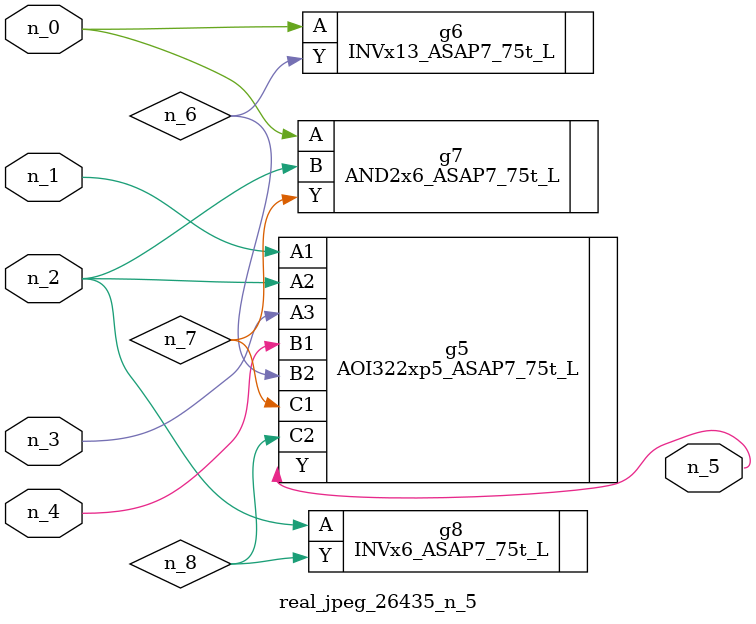
<source format=v>
module real_jpeg_26435_n_5 (n_4, n_0, n_1, n_2, n_3, n_5);

input n_4;
input n_0;
input n_1;
input n_2;
input n_3;

output n_5;

wire n_8;
wire n_6;
wire n_7;

INVx13_ASAP7_75t_L g6 ( 
.A(n_0),
.Y(n_6)
);

AND2x6_ASAP7_75t_L g7 ( 
.A(n_0),
.B(n_2),
.Y(n_7)
);

AOI322xp5_ASAP7_75t_L g5 ( 
.A1(n_1),
.A2(n_2),
.A3(n_3),
.B1(n_4),
.B2(n_6),
.C1(n_7),
.C2(n_8),
.Y(n_5)
);

INVx6_ASAP7_75t_L g8 ( 
.A(n_2),
.Y(n_8)
);


endmodule
</source>
